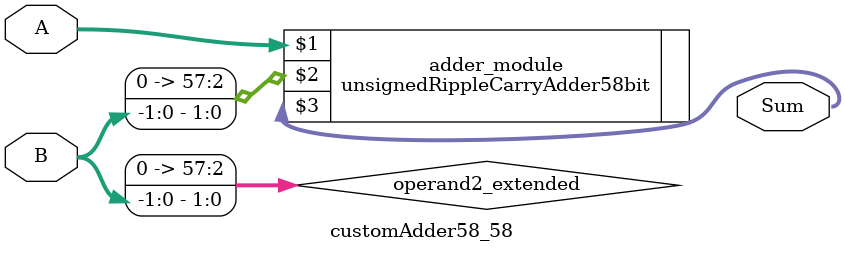
<source format=v>
module customAdder58_58(
                        input [57 : 0] A,
                        input [-1 : 0] B,
                        
                        output [58 : 0] Sum
                );

        wire [57 : 0] operand2_extended;
        
        assign operand2_extended =  {58'b0, B};
        
        unsignedRippleCarryAdder58bit adder_module(
            A,
            operand2_extended,
            Sum
        );
        
        endmodule
        
</source>
